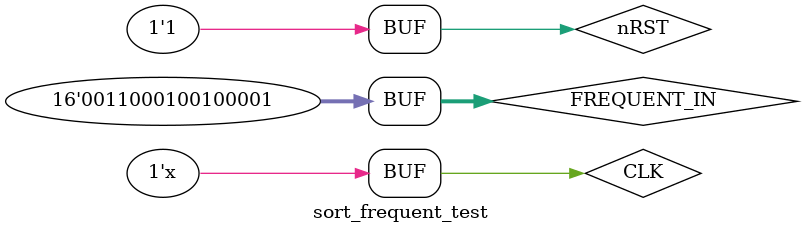
<source format=v>
`timescale 1ns / 1ps


module sort_frequent_test;

	// Inputs
	reg CLK;
	reg nRST;
	reg [15:0] FREQUENT_IN;

	// Outputs
	wire [31:0] FREQUENT_OUT;

	// Instantiate the Unit Under Test (UUT)
	sort_frequent uut (
		.CLK(CLK), 
		.nRST(nRST), 
		.FREQUENT_IN(FREQUENT_IN), 
		.FREQUENT_OUT(FREQUENT_OUT)
	);

	initial begin
		// Initialize Inputs
		CLK = 0;
		nRST = 0;
		FREQUENT_IN = 16'b0011_0001_0010_0001;

		// Wait 100 ns for global reset to finish
		#100;
        nRST = 1;
		// Add stimulus here

	end
	parameter DELAY = 1;
	always 
		#DELAY CLK = ~CLK;
	
      
endmodule


</source>
